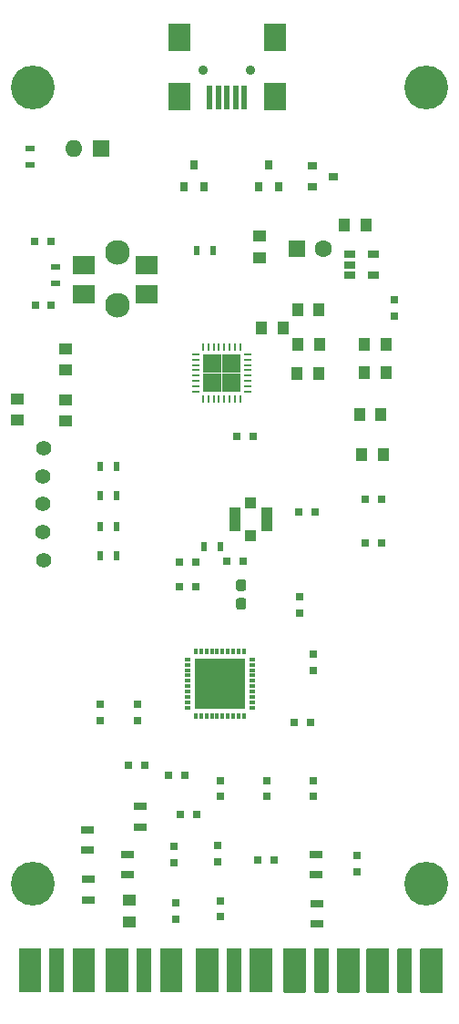
<source format=gbr>
%TF.GenerationSoftware,KiCad,Pcbnew,5.1.8*%
%TF.CreationDate,2020-12-01T23:25:55+08:00*%
%TF.ProjectId,msisdr,6d736973-6472-42e6-9b69-6361645f7063,rev?*%
%TF.SameCoordinates,Original*%
%TF.FileFunction,Soldermask,Top*%
%TF.FilePolarity,Negative*%
%FSLAX46Y46*%
G04 Gerber Fmt 4.6, Leading zero omitted, Abs format (unit mm)*
G04 Created by KiCad (PCBNEW 5.1.8) date 2020-12-01 23:25:55*
%MOMM*%
%LPD*%
G01*
G04 APERTURE LIST*
%ADD10R,1.000000X1.000000*%
%ADD11R,1.050000X2.200000*%
%ADD12C,4.064000*%
%ADD13R,0.800000X0.750000*%
%ADD14R,1.000000X1.250000*%
%ADD15R,1.250000X1.000000*%
%ADD16R,0.750000X0.800000*%
%ADD17R,1.600000X1.600000*%
%ADD18C,1.600000*%
%ADD19R,0.500000X2.300000*%
%ADD20R,2.000000X2.500000*%
%ADD21C,0.900000*%
%ADD22R,1.300000X0.700000*%
%ADD23R,0.500000X0.900000*%
%ADD24R,0.250000X0.700000*%
%ADD25R,0.700000X0.250000*%
%ADD26R,1.725000X1.725000*%
%ADD27R,0.300000X0.500000*%
%ADD28R,0.500000X0.300000*%
%ADD29R,1.150000X1.150000*%
%ADD30C,2.300000*%
%ADD31C,1.400000*%
%ADD32O,1.600000X1.600000*%
%ADD33R,0.900000X0.500000*%
%ADD34R,1.060000X0.650000*%
%ADD35R,0.900000X0.800000*%
%ADD36R,2.100000X1.700000*%
%ADD37R,0.800000X0.900000*%
G04 APERTURE END LIST*
D10*
%TO.C,J12*%
X138225000Y-91670000D03*
X138225000Y-88670000D03*
D11*
X139700000Y-90170000D03*
X136750000Y-90170000D03*
%TD*%
%TO.C,C43*%
G36*
G01*
X137094624Y-97475868D02*
X137569624Y-97475868D01*
G75*
G02*
X137807124Y-97713368I0J-237500D01*
G01*
X137807124Y-98313368D01*
G75*
G02*
X137569624Y-98550868I-237500J0D01*
G01*
X137094624Y-98550868D01*
G75*
G02*
X136857124Y-98313368I0J237500D01*
G01*
X136857124Y-97713368D01*
G75*
G02*
X137094624Y-97475868I237500J0D01*
G01*
G37*
G36*
G01*
X137094624Y-95750868D02*
X137569624Y-95750868D01*
G75*
G02*
X137807124Y-95988368I0J-237500D01*
G01*
X137807124Y-96588368D01*
G75*
G02*
X137569624Y-96825868I-237500J0D01*
G01*
X137094624Y-96825868D01*
G75*
G02*
X136857124Y-96588368I0J237500D01*
G01*
X136857124Y-95988368D01*
G75*
G02*
X137094624Y-95750868I237500J0D01*
G01*
G37*
%TD*%
D12*
%TO.C,REF\u002A\u002A*%
X154500000Y-124000000D03*
%TD*%
%TO.C,REF\u002A\u002A*%
X118000000Y-124000000D03*
%TD*%
%TO.C,REF\u002A\u002A*%
X154500000Y-50000000D03*
%TD*%
%TO.C,REF\u002A\u002A*%
X118000000Y-50000000D03*
%TD*%
D13*
%TO.C,C1*%
X138449000Y-82486000D03*
X136949000Y-82486000D03*
%TD*%
D14*
%TO.C,C2*%
X148329000Y-80416000D03*
X150329000Y-80416000D03*
%TD*%
%TO.C,C3*%
X142579000Y-70656000D03*
X144579000Y-70656000D03*
%TD*%
%TO.C,C4*%
X148549000Y-84106000D03*
X150549000Y-84106000D03*
%TD*%
D15*
%TO.C,C5*%
X120989000Y-81026000D03*
X120989000Y-79026000D03*
%TD*%
D14*
%TO.C,C6*%
X144619000Y-73926000D03*
X142619000Y-73926000D03*
%TD*%
D15*
%TO.C,C7*%
X120979000Y-74286000D03*
X120979000Y-76286000D03*
%TD*%
D14*
%TO.C,C8*%
X142539000Y-76596000D03*
X144539000Y-76596000D03*
%TD*%
D13*
%TO.C,C9*%
X119699000Y-70226000D03*
X118199000Y-70226000D03*
%TD*%
%TO.C,C10*%
X119649000Y-64326000D03*
X118149000Y-64326000D03*
%TD*%
D16*
%TO.C,C11*%
X127706120Y-107352400D03*
X127706120Y-108852400D03*
%TD*%
%TO.C,C12*%
X135366760Y-114428840D03*
X135366760Y-115928840D03*
%TD*%
D13*
%TO.C,C13*%
X142269000Y-109026000D03*
X143769000Y-109026000D03*
%TD*%
D16*
%TO.C,C14*%
X139755880Y-114428840D03*
X139755880Y-115928840D03*
%TD*%
%TO.C,C15*%
X144023080Y-114439000D03*
X144023080Y-115939000D03*
%TD*%
D13*
%TO.C,C16*%
X132103560Y-113926620D03*
X130603560Y-113926620D03*
%TD*%
%TO.C,C17*%
X128385000Y-113042700D03*
X126885000Y-113042700D03*
%TD*%
D14*
%TO.C,C18*%
X148809000Y-76506000D03*
X150809000Y-76506000D03*
%TD*%
D16*
%TO.C,C19*%
X144079000Y-102726000D03*
X144079000Y-104226000D03*
%TD*%
D13*
%TO.C,C20*%
X148859000Y-92326000D03*
X150359000Y-92326000D03*
%TD*%
%TO.C,C21*%
X144209000Y-89446000D03*
X142709000Y-89446000D03*
%TD*%
%TO.C,C22*%
X133119000Y-94106000D03*
X131619000Y-94106000D03*
%TD*%
%TO.C,C23*%
X135999000Y-94056000D03*
X137499000Y-94056000D03*
%TD*%
D16*
%TO.C,C24*%
X124190760Y-107372720D03*
X124190760Y-108872720D03*
%TD*%
D13*
%TO.C,C25*%
X148879000Y-88296000D03*
X150379000Y-88296000D03*
%TD*%
%TO.C,C26*%
X133129720Y-96418400D03*
X131629720Y-96418400D03*
%TD*%
D15*
%TO.C,C27*%
X126911100Y-127568200D03*
X126911100Y-125568200D03*
%TD*%
D16*
%TO.C,C28*%
X131221480Y-125825820D03*
X131221480Y-127325820D03*
%TD*%
%TO.C,C29*%
X135384540Y-125602300D03*
X135384540Y-127102300D03*
%TD*%
%TO.C,C30*%
X148094700Y-122936700D03*
X148094700Y-121436700D03*
%TD*%
%TO.C,C31*%
X131109720Y-120545160D03*
X131109720Y-122045160D03*
%TD*%
D13*
%TO.C,C32*%
X140409360Y-121798080D03*
X138909360Y-121798080D03*
%TD*%
D16*
%TO.C,C33*%
X135161020Y-120489280D03*
X135161020Y-121989280D03*
%TD*%
D13*
%TO.C,C34*%
X131700840Y-117579140D03*
X133200840Y-117579140D03*
%TD*%
D17*
%TO.C,C35*%
X142499000Y-64986000D03*
D18*
X144999000Y-64986000D03*
%TD*%
D14*
%TO.C,C36*%
X150799000Y-73926000D03*
X148799000Y-73926000D03*
%TD*%
D15*
%TO.C,C37*%
X139090000Y-65820000D03*
X139090000Y-63820000D03*
%TD*%
D14*
%TO.C,C38*%
X148959000Y-62786000D03*
X146959000Y-62786000D03*
%TD*%
%TO.C,J6*%
G36*
G01*
X128954000Y-134126000D02*
X127704000Y-134126000D01*
G75*
G02*
X127654000Y-134076000I0J50000D01*
G01*
X127654000Y-130076000D01*
G75*
G02*
X127704000Y-130026000I50000J0D01*
G01*
X128954000Y-130026000D01*
G75*
G02*
X129004000Y-130076000I0J-50000D01*
G01*
X129004000Y-134076000D01*
G75*
G02*
X128954000Y-134126000I-50000J0D01*
G01*
G37*
G36*
G01*
X131829000Y-134126000D02*
X129829000Y-134126000D01*
G75*
G02*
X129779000Y-134076000I0J50000D01*
G01*
X129779000Y-130076000D01*
G75*
G02*
X129829000Y-130026000I50000J0D01*
G01*
X131829000Y-130026000D01*
G75*
G02*
X131879000Y-130076000I0J-50000D01*
G01*
X131879000Y-134076000D01*
G75*
G02*
X131829000Y-134126000I-50000J0D01*
G01*
G37*
G36*
G01*
X126829000Y-134126000D02*
X124829000Y-134126000D01*
G75*
G02*
X124779000Y-134076000I0J50000D01*
G01*
X124779000Y-130076000D01*
G75*
G02*
X124829000Y-130026000I50000J0D01*
G01*
X126829000Y-130026000D01*
G75*
G02*
X126879000Y-130076000I0J-50000D01*
G01*
X126879000Y-134076000D01*
G75*
G02*
X126829000Y-134126000I-50000J0D01*
G01*
G37*
%TD*%
%TO.C,J7*%
G36*
G01*
X145425320Y-134144600D02*
X144175320Y-134144600D01*
G75*
G02*
X144125320Y-134094600I0J50000D01*
G01*
X144125320Y-130094600D01*
G75*
G02*
X144175320Y-130044600I50000J0D01*
G01*
X145425320Y-130044600D01*
G75*
G02*
X145475320Y-130094600I0J-50000D01*
G01*
X145475320Y-134094600D01*
G75*
G02*
X145425320Y-134144600I-50000J0D01*
G01*
G37*
G36*
G01*
X148300320Y-134144600D02*
X146300320Y-134144600D01*
G75*
G02*
X146250320Y-134094600I0J50000D01*
G01*
X146250320Y-130094600D01*
G75*
G02*
X146300320Y-130044600I50000J0D01*
G01*
X148300320Y-130044600D01*
G75*
G02*
X148350320Y-130094600I0J-50000D01*
G01*
X148350320Y-134094600D01*
G75*
G02*
X148300320Y-134144600I-50000J0D01*
G01*
G37*
G36*
G01*
X143300320Y-134144600D02*
X141300320Y-134144600D01*
G75*
G02*
X141250320Y-134094600I0J50000D01*
G01*
X141250320Y-130094600D01*
G75*
G02*
X141300320Y-130044600I50000J0D01*
G01*
X143300320Y-130044600D01*
G75*
G02*
X143350320Y-130094600I0J-50000D01*
G01*
X143350320Y-134094600D01*
G75*
G02*
X143300320Y-134144600I-50000J0D01*
G01*
G37*
%TD*%
%TO.C,J8*%
G36*
G01*
X120830500Y-134119200D02*
X119580500Y-134119200D01*
G75*
G02*
X119530500Y-134069200I0J50000D01*
G01*
X119530500Y-130069200D01*
G75*
G02*
X119580500Y-130019200I50000J0D01*
G01*
X120830500Y-130019200D01*
G75*
G02*
X120880500Y-130069200I0J-50000D01*
G01*
X120880500Y-134069200D01*
G75*
G02*
X120830500Y-134119200I-50000J0D01*
G01*
G37*
G36*
G01*
X123705500Y-134119200D02*
X121705500Y-134119200D01*
G75*
G02*
X121655500Y-134069200I0J50000D01*
G01*
X121655500Y-130069200D01*
G75*
G02*
X121705500Y-130019200I50000J0D01*
G01*
X123705500Y-130019200D01*
G75*
G02*
X123755500Y-130069200I0J-50000D01*
G01*
X123755500Y-134069200D01*
G75*
G02*
X123705500Y-134119200I-50000J0D01*
G01*
G37*
G36*
G01*
X118705500Y-134119200D02*
X116705500Y-134119200D01*
G75*
G02*
X116655500Y-134069200I0J50000D01*
G01*
X116655500Y-130069200D01*
G75*
G02*
X116705500Y-130019200I50000J0D01*
G01*
X118705500Y-130019200D01*
G75*
G02*
X118755500Y-130069200I0J-50000D01*
G01*
X118755500Y-134069200D01*
G75*
G02*
X118705500Y-134119200I-50000J0D01*
G01*
G37*
%TD*%
%TO.C,J9*%
G36*
G01*
X137327800Y-134119200D02*
X136077800Y-134119200D01*
G75*
G02*
X136027800Y-134069200I0J50000D01*
G01*
X136027800Y-130069200D01*
G75*
G02*
X136077800Y-130019200I50000J0D01*
G01*
X137327800Y-130019200D01*
G75*
G02*
X137377800Y-130069200I0J-50000D01*
G01*
X137377800Y-134069200D01*
G75*
G02*
X137327800Y-134119200I-50000J0D01*
G01*
G37*
G36*
G01*
X140202800Y-134119200D02*
X138202800Y-134119200D01*
G75*
G02*
X138152800Y-134069200I0J50000D01*
G01*
X138152800Y-130069200D01*
G75*
G02*
X138202800Y-130019200I50000J0D01*
G01*
X140202800Y-130019200D01*
G75*
G02*
X140252800Y-130069200I0J-50000D01*
G01*
X140252800Y-134069200D01*
G75*
G02*
X140202800Y-134119200I-50000J0D01*
G01*
G37*
G36*
G01*
X135202800Y-134119200D02*
X133202800Y-134119200D01*
G75*
G02*
X133152800Y-134069200I0J50000D01*
G01*
X133152800Y-130069200D01*
G75*
G02*
X133202800Y-130019200I50000J0D01*
G01*
X135202800Y-130019200D01*
G75*
G02*
X135252800Y-130069200I0J-50000D01*
G01*
X135252800Y-134069200D01*
G75*
G02*
X135202800Y-134119200I-50000J0D01*
G01*
G37*
%TD*%
%TO.C,J10*%
G36*
G01*
X153164700Y-134172540D02*
X151914700Y-134172540D01*
G75*
G02*
X151864700Y-134122540I0J50000D01*
G01*
X151864700Y-130122540D01*
G75*
G02*
X151914700Y-130072540I50000J0D01*
G01*
X153164700Y-130072540D01*
G75*
G02*
X153214700Y-130122540I0J-50000D01*
G01*
X153214700Y-134122540D01*
G75*
G02*
X153164700Y-134172540I-50000J0D01*
G01*
G37*
G36*
G01*
X156039700Y-134172540D02*
X154039700Y-134172540D01*
G75*
G02*
X153989700Y-134122540I0J50000D01*
G01*
X153989700Y-130122540D01*
G75*
G02*
X154039700Y-130072540I50000J0D01*
G01*
X156039700Y-130072540D01*
G75*
G02*
X156089700Y-130122540I0J-50000D01*
G01*
X156089700Y-134122540D01*
G75*
G02*
X156039700Y-134172540I-50000J0D01*
G01*
G37*
G36*
G01*
X151039700Y-134172540D02*
X149039700Y-134172540D01*
G75*
G02*
X148989700Y-134122540I0J50000D01*
G01*
X148989700Y-130122540D01*
G75*
G02*
X149039700Y-130072540I50000J0D01*
G01*
X151039700Y-130072540D01*
G75*
G02*
X151089700Y-130122540I0J-50000D01*
G01*
X151089700Y-134122540D01*
G75*
G02*
X151039700Y-134172540I-50000J0D01*
G01*
G37*
%TD*%
D19*
%TO.C,J11*%
X137619000Y-50996000D03*
X136819000Y-50996000D03*
X136019000Y-50996000D03*
X135219000Y-50996000D03*
X134419000Y-50996000D03*
D20*
X140469000Y-50896000D03*
X140469000Y-45396000D03*
X131569000Y-50896000D03*
X131569000Y-45396000D03*
D21*
X138219000Y-48396000D03*
X133819000Y-48396000D03*
%TD*%
D22*
%TO.C,L1*%
X144360900Y-125884900D03*
X144360900Y-127784900D03*
%TD*%
%TO.C,L2*%
X144322800Y-121274800D03*
X144322800Y-123174800D03*
%TD*%
%TO.C,L3*%
X123090940Y-123642080D03*
X123090940Y-125542080D03*
%TD*%
%TO.C,L4*%
X126796800Y-121312900D03*
X126796800Y-123212900D03*
%TD*%
%TO.C,L5*%
X123035060Y-119004040D03*
X123035060Y-120904040D03*
%TD*%
%TO.C,L6*%
X127939800Y-116855200D03*
X127939800Y-118755200D03*
%TD*%
D23*
%TO.C,R1*%
X133219000Y-65206000D03*
X134719000Y-65206000D03*
%TD*%
%TO.C,R2*%
X133870000Y-92710000D03*
X135370000Y-92710000D03*
%TD*%
D24*
%TO.C,U1*%
X133779000Y-78966000D03*
X134279000Y-78966000D03*
X134779000Y-78966000D03*
X135279000Y-78966000D03*
X135779000Y-78966000D03*
X136279000Y-78966000D03*
X136779000Y-78966000D03*
X137279000Y-78966000D03*
D25*
X137929000Y-78316000D03*
X137929000Y-77816000D03*
X137929000Y-77316000D03*
X137929000Y-76816000D03*
X137929000Y-76316000D03*
X137929000Y-75816000D03*
X137929000Y-75316000D03*
X137929000Y-74816000D03*
D24*
X137279000Y-74166000D03*
X136779000Y-74166000D03*
X136279000Y-74166000D03*
X135779000Y-74166000D03*
X135279000Y-74166000D03*
X134779000Y-74166000D03*
X134279000Y-74166000D03*
X133779000Y-74166000D03*
D25*
X133129000Y-74816000D03*
X133129000Y-75316000D03*
X133129000Y-75816000D03*
X133129000Y-76316000D03*
X133129000Y-76816000D03*
X133129000Y-77316000D03*
X133129000Y-77816000D03*
X133129000Y-78316000D03*
D26*
X136391500Y-75703500D03*
X134666500Y-75703500D03*
X136391500Y-77428500D03*
X134666500Y-77428500D03*
%TD*%
D27*
%TO.C,U2*%
X133109000Y-108426000D03*
X133609000Y-108426000D03*
X134109000Y-108426000D03*
X134609000Y-108426000D03*
X135109000Y-108426000D03*
X135609000Y-108426000D03*
X136109000Y-108426000D03*
X136609000Y-108426000D03*
X137109000Y-108426000D03*
X137609000Y-108426000D03*
D28*
X138359000Y-107676000D03*
X138359000Y-107176000D03*
X138359000Y-106676000D03*
X138359000Y-106176000D03*
X138359000Y-105676000D03*
X138359000Y-105176000D03*
X138359000Y-104676000D03*
X138359000Y-104176000D03*
X138359000Y-103676000D03*
X138359000Y-103176000D03*
D27*
X137609000Y-102426000D03*
X137109000Y-102426000D03*
X136609000Y-102426000D03*
X136109000Y-102426000D03*
X135609000Y-102426000D03*
X135109000Y-102426000D03*
X134609000Y-102426000D03*
X134109000Y-102426000D03*
X133609000Y-102426000D03*
X133109000Y-102426000D03*
D28*
X132359000Y-103176000D03*
X132359000Y-103676000D03*
X132359000Y-104176000D03*
X132359000Y-104676000D03*
X132359000Y-105176000D03*
X132359000Y-105676000D03*
X132359000Y-106176000D03*
X132359000Y-106676000D03*
X132359000Y-107176000D03*
X132359000Y-107676000D03*
D29*
X137084000Y-103701000D03*
X135934000Y-103701000D03*
X134784000Y-103701000D03*
X133634000Y-103701000D03*
X137084000Y-104851000D03*
X135934000Y-104851000D03*
X134784000Y-104851000D03*
X133634000Y-104851000D03*
X137084000Y-106001000D03*
X135934000Y-106001000D03*
X134784000Y-106001000D03*
X133634000Y-106001000D03*
X137084000Y-107151000D03*
X135934000Y-107151000D03*
X134784000Y-107151000D03*
X133634000Y-107151000D03*
%TD*%
D30*
%TO.C,Y1*%
X125809000Y-70236000D03*
X125809000Y-65336000D03*
%TD*%
D31*
%TO.C,J1*%
X118949000Y-83556000D03*
%TD*%
%TO.C,J2*%
X118929000Y-86156000D03*
%TD*%
%TO.C,J3*%
X118869000Y-88746000D03*
%TD*%
%TO.C,J4*%
X118899000Y-91336000D03*
%TD*%
%TO.C,J5*%
X118979000Y-93966000D03*
%TD*%
D14*
%TO.C,C39*%
X139220000Y-72410000D03*
X141220000Y-72410000D03*
%TD*%
D17*
%TO.C,D5*%
X124290000Y-55740000D03*
D32*
X121750000Y-55740000D03*
%TD*%
D33*
%TO.C,R3*%
X117690000Y-57240000D03*
X117690000Y-55740000D03*
%TD*%
D16*
%TO.C,C40*%
X151610000Y-71240000D03*
X151610000Y-69740000D03*
%TD*%
D33*
%TO.C,R4*%
X120050000Y-66730000D03*
X120050000Y-68230000D03*
%TD*%
D34*
%TO.C,U3*%
X147400000Y-65560000D03*
X147400000Y-66510000D03*
X147400000Y-67460000D03*
X149600000Y-67460000D03*
X149600000Y-65560000D03*
%TD*%
D35*
%TO.C,U4*%
X143930000Y-57340000D03*
X143930000Y-59240000D03*
X145930000Y-58290000D03*
%TD*%
D36*
%TO.C,Y2*%
X122690000Y-69260000D03*
X128590000Y-69260000D03*
X128590000Y-66560000D03*
X122690000Y-66560000D03*
%TD*%
D37*
%TO.C,D1*%
X132020000Y-59220000D03*
X133920000Y-59220000D03*
X132970000Y-57220000D03*
%TD*%
%TO.C,D2*%
X138940000Y-59230000D03*
X140840000Y-59230000D03*
X139890000Y-57230000D03*
%TD*%
D23*
%TO.C,R5*%
X124220000Y-85260000D03*
X125720000Y-85260000D03*
%TD*%
%TO.C,R6*%
X124240000Y-87990000D03*
X125740000Y-87990000D03*
%TD*%
%TO.C,R7*%
X124260000Y-90850000D03*
X125760000Y-90850000D03*
%TD*%
%TO.C,R8*%
X124240000Y-93550000D03*
X125740000Y-93550000D03*
%TD*%
D15*
%TO.C,C41*%
X116560000Y-78950000D03*
X116560000Y-80950000D03*
%TD*%
D16*
%TO.C,C42*%
X142750000Y-97380000D03*
X142750000Y-98880000D03*
%TD*%
M02*

</source>
